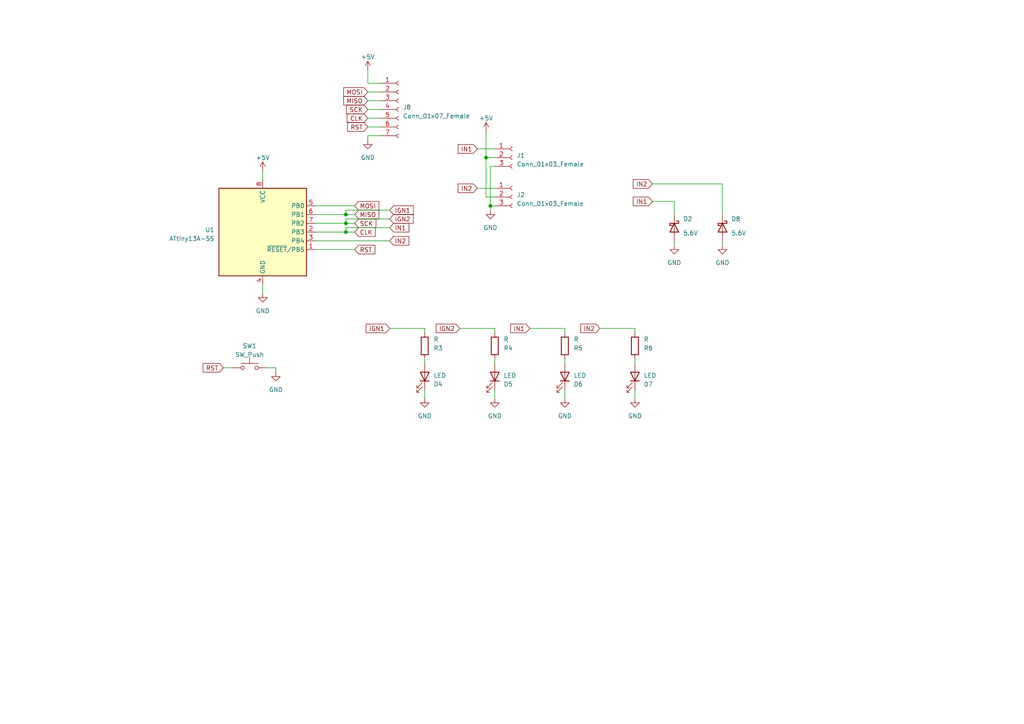
<source format=kicad_sch>
(kicad_sch (version 20220103) (generator eeschema)
  (paper "A4")
  (lib_symbols
    (symbol "Connector:Conn_01x03_Female" (pin_names (offset 1.016) hide)
      (property "Reference" "J" (at 0 5.08 0))
      (property "Value" "Conn_01x03_Female" (at 0 -5.08 0))
      (symbol "Conn_01x03_Female_1_1"
        (arc (start 0 -2.032) (mid -0.508 -2.54) (end 0 -3.048) (stroke (width 0.1524)))
        (polyline (pts (xy -1.27 -2.54) (xy -0.508 -2.54)) (stroke (width 0.1524)))
        (polyline (pts (xy -1.27 0) (xy -0.508 0)) (stroke (width 0.1524)))
        (polyline (pts (xy -1.27 2.54) (xy -0.508 2.54)) (stroke (width 0.1524)))
        (arc (start 0 0.508) (mid -0.508 0) (end 0 -0.508) (stroke (width 0.1524)))
        (arc (start 0 3.048) (mid -0.508 2.54) (end 0 2.032) (stroke (width 0.1524)))
        (pin passive line (at -5.08 2.54 0) (length 3.81) (name "Pin_1") (number "1"))
        (pin passive line (at -5.08 0 0) (length 3.81) (name "Pin_2") (number "2"))
        (pin passive line (at -5.08 -2.54 0) (length 3.81) (name "Pin_3") (number "3"))
      )
    )
    (symbol "Connector:Conn_01x07_Female" (pin_names (offset 1.016) hide)
      (property "Reference" "J" (at 0 10.16 0))
      (property "Value" "Conn_01x07_Female" (at 0 -10.16 0))
      (symbol "Conn_01x07_Female_1_1"
        (arc (start 0 -7.112) (mid -0.508 -7.62) (end 0 -8.128) (stroke (width 0.1524)))
        (arc (start 0 -4.572) (mid -0.508 -5.08) (end 0 -5.588) (stroke (width 0.1524)))
        (arc (start 0 -2.032) (mid -0.508 -2.54) (end 0 -3.048) (stroke (width 0.1524)))
        (polyline (pts (xy -1.27 -7.62) (xy -0.508 -7.62)) (stroke (width 0.1524)))
        (polyline (pts (xy -1.27 -5.08) (xy -0.508 -5.08)) (stroke (width 0.1524)))
        (polyline (pts (xy -1.27 -2.54) (xy -0.508 -2.54)) (stroke (width 0.1524)))
        (polyline (pts (xy -1.27 0) (xy -0.508 0)) (stroke (width 0.1524)))
        (polyline (pts (xy -1.27 2.54) (xy -0.508 2.54)) (stroke (width 0.1524)))
        (polyline (pts (xy -1.27 5.08) (xy -0.508 5.08)) (stroke (width 0.1524)))
        (polyline (pts (xy -1.27 7.62) (xy -0.508 7.62)) (stroke (width 0.1524)))
        (arc (start 0 0.508) (mid -0.508 0) (end 0 -0.508) (stroke (width 0.1524)))
        (arc (start 0 3.048) (mid -0.508 2.54) (end 0 2.032) (stroke (width 0.1524)))
        (arc (start 0 5.588) (mid -0.508 5.08) (end 0 4.572) (stroke (width 0.1524)))
        (arc (start 0 8.128) (mid -0.508 7.62) (end 0 7.112) (stroke (width 0.1524)))
        (pin passive line (at -5.08 7.62 0) (length 3.81) (name "Pin_1") (number "1"))
        (pin passive line (at -5.08 5.08 0) (length 3.81) (name "Pin_2") (number "2"))
        (pin passive line (at -5.08 2.54 0) (length 3.81) (name "Pin_3") (number "3"))
        (pin passive line (at -5.08 0 0) (length 3.81) (name "Pin_4") (number "4"))
        (pin passive line (at -5.08 -2.54 0) (length 3.81) (name "Pin_5") (number "5"))
        (pin passive line (at -5.08 -5.08 0) (length 3.81) (name "Pin_6") (number "6"))
        (pin passive line (at -5.08 -7.62 0) (length 3.81) (name "Pin_7") (number "7"))
      )
    )
    (symbol "Device:D_Schottky" (pin_numbers hide) (pin_names (offset 1.016) hide)
      (property "Reference" "D" (at 0 2.54 0))
      (property "Value" "D_Schottky" (at 0 -2.54 0))
      (symbol "D_Schottky_0_1"
        (polyline (pts (xy 1.27 0) (xy -1.27 0)))
        (polyline (pts (xy 1.27 1.27) (xy 1.27 -1.27) (xy -1.27 0) (xy 1.27 1.27)) (stroke (width 0.254)))
        (polyline (pts (xy -1.905 0.635) (xy -1.905 1.27) (xy -1.27 1.27) (xy -1.27 -1.27) (xy -0.635 -1.27) (xy -0.635 -0.635)) (stroke (width 0.254)))
      )
      (symbol "D_Schottky_1_1"
        (pin passive line (at -3.81 0 0) (length 2.54) (name "K") (number "1"))
        (pin passive line (at 3.81 0 180) (length 2.54) (name "A") (number "2"))
      )
    )
    (symbol "Device:LED" (pin_numbers hide) (pin_names (offset 1.016) hide)
      (property "Reference" "D" (at 0 2.54 0))
      (property "Value" "LED" (at 0 -2.54 0))
      (symbol "LED_0_1"
        (polyline (pts (xy -1.27 -1.27) (xy -1.27 1.27)) (stroke (width 0.254)))
        (polyline (pts (xy -1.27 0) (xy 1.27 0)))
        (polyline (pts (xy 1.27 -1.27) (xy 1.27 1.27) (xy -1.27 0) (xy 1.27 -1.27)) (stroke (width 0.254)))
        (polyline (pts (xy -3.048 -0.762) (xy -4.572 -2.286) (xy -3.81 -2.286) (xy -4.572 -2.286) (xy -4.572 -1.524)))
        (polyline (pts (xy -1.778 -0.762) (xy -3.302 -2.286) (xy -2.54 -2.286) (xy -3.302 -2.286) (xy -3.302 -1.524)))
      )
      (symbol "LED_1_1"
        (pin passive line (at -3.81 0 0) (length 2.54) (name "K") (number "1"))
        (pin passive line (at 3.81 0 180) (length 2.54) (name "A") (number "2"))
      )
    )
    (symbol "Device:R" (pin_numbers hide) (pin_names (offset 0))
      (property "Reference" "R" (at 2.032 0 90))
      (property "Value" "R" (at 0 0 90))
      (symbol "R_0_1"
        (rectangle (start -1.016 -2.54) (end 1.016 2.54) (stroke (width 0.254)))
      )
      (symbol "R_1_1"
        (pin passive line (at 0 3.81 270) (length 1.27) (name "~") (number "1"))
        (pin passive line (at 0 -3.81 90) (length 1.27) (name "~") (number "2"))
      )
    )
    (symbol "MCU_Microchip_ATtiny:ATtiny13A-SS"
      (property "Reference" "U" (at -12.7 13.97 0))
      (property "Value" "ATtiny13A-SS" (at 2.54 -13.97 0))
      (symbol "ATtiny13A-SS_0_1"
        (rectangle (start -12.7 -12.7) (end 12.7 12.7) (stroke (width 0.254)) (fill (type background)))
      )
      (symbol "ATtiny13A-SS_1_1"
        (pin bidirectional line (at 15.24 -5.08 180) (length 2.54) (name "~{RESET}/PB5") (number "1"))
        (pin bidirectional line (at 15.24 0 180) (length 2.54) (name "PB3") (number "2"))
        (pin bidirectional line (at 15.24 -2.54 180) (length 2.54) (name "PB4") (number "3"))
        (pin power_in line (at 0 -15.24 90) (length 2.54) (name "GND") (number "4"))
        (pin bidirectional line (at 15.24 7.62 180) (length 2.54) (name "PB0") (number "5"))
        (pin bidirectional line (at 15.24 5.08 180) (length 2.54) (name "PB1") (number "6"))
        (pin bidirectional line (at 15.24 2.54 180) (length 2.54) (name "PB2") (number "7"))
        (pin power_in line (at 0 15.24 270) (length 2.54) (name "VCC") (number "8"))
      )
    )
    (symbol "Switch:SW_Push" (pin_numbers hide) (pin_names (offset 1.016) hide)
      (property "Reference" "SW" (at 1.27 2.54 0))
      (property "Value" "SW_Push" (at 0 -1.524 0))
      (symbol "SW_Push_0_1"
        (circle (center -2.032 0) (radius 0.508))
        (polyline (pts (xy 0 1.27) (xy 0 3.048)))
        (polyline (pts (xy 2.54 1.27) (xy -2.54 1.27)))
        (circle (center 2.032 0) (radius 0.508))
        (pin passive line (at -5.08 0 0) (length 2.54) (name "1") (number "1"))
        (pin passive line (at 5.08 0 180) (length 2.54) (name "2") (number "2"))
      )
    )
    (symbol "power:+5V" (power) (pin_names (offset 0))
      (property "Value" "+5V" (at 0 3.556 0))
      (symbol "+5V_0_1"
        (polyline (pts (xy -0.762 1.27) (xy 0 2.54)))
        (polyline (pts (xy 0 0) (xy 0 2.54)))
        (polyline (pts (xy 0 2.54) (xy 0.762 1.27)))
      )
      (symbol "+5V_1_1"
        (pin power_in line (at 0 0 90) (length 0) hide (name "+5V") (number "1"))
      )
    )
    (symbol "power:GND" (power) (pin_names (offset 0))
      (property "Value" "GND" (at 0 -3.81 0))
      (symbol "GND_0_1"
        (polyline (pts (xy 0 0) (xy 0 -1.27) (xy 1.27 -1.27) (xy 0 -2.54) (xy -1.27 -1.27) (xy 0 -1.27)))
      )
      (symbol "GND_1_1"
        (pin power_in line (at 0 0 270) (length 0) hide (name "GND") (number "1"))
      )
    )
  )
  (junction (at 100.33 64.77))
  (junction (at 142.24 59.69))
  (junction (at 100.33 62.23))
  (junction (at 100.33 67.31))
  (junction (at 140.97 45.72))
  (wire (pts (xy 76.2 82.55) (xy 76.2 85.09)))
  (wire (pts (xy 100.33 63.5) (xy 100.33 64.77)))
  (wire (pts (xy 140.97 45.72) (xy 143.51 45.72)))
  (wire (pts (xy 142.24 60.96) (xy 142.24 59.69)))
  (wire (pts (xy 142.24 48.26) (xy 143.51 48.26)))
  (wire (pts (xy 138.43 54.61) (xy 143.51 54.61)))
  (wire (pts (xy 143.51 95.25) (xy 133.35 95.25)))
  (wire (pts (xy 195.58 69.85) (xy 195.58 71.12)))
  (wire (pts (xy 163.83 95.25) (xy 153.67 95.25)))
  (wire (pts (xy 123.19 95.25) (xy 113.03 95.25)))
  (wire (pts (xy 163.83 113.03) (xy 163.83 115.57)))
  (wire (pts (xy 100.33 64.77) (xy 102.87 64.77)))
  (wire (pts (xy 184.15 113.03) (xy 184.15 115.57)))
  (wire (pts (xy 64.77 106.68) (xy 67.31 106.68)))
  (wire (pts (xy 77.47 106.68) (xy 80.01 106.68)))
  (wire (pts (xy 209.55 53.34) (xy 209.55 62.23)))
  (wire (pts (xy 106.68 24.13) (xy 106.68 20.32)))
  (wire (pts (xy 106.68 31.75) (xy 110.49 31.75)))
  (wire (pts (xy 209.55 69.85) (xy 209.55 71.12)))
  (wire (pts (xy 110.49 24.13) (xy 106.68 24.13)))
  (wire (pts (xy 113.03 66.04) (xy 100.33 66.04)))
  (wire (pts (xy 143.51 104.14) (xy 143.51 105.41)))
  (wire (pts (xy 163.83 96.52) (xy 163.83 95.25)))
  (wire (pts (xy 106.68 36.83) (xy 110.49 36.83)))
  (wire (pts (xy 106.68 40.64) (xy 106.68 39.37)))
  (wire (pts (xy 91.44 69.85) (xy 113.03 69.85)))
  (wire (pts (xy 138.43 43.18) (xy 143.51 43.18)))
  (wire (pts (xy 113.03 60.96) (xy 100.33 60.96)))
  (wire (pts (xy 91.44 62.23) (xy 100.33 62.23)))
  (wire (pts (xy 106.68 39.37) (xy 110.49 39.37)))
  (wire (pts (xy 106.68 29.21) (xy 110.49 29.21)))
  (wire (pts (xy 123.19 113.03) (xy 123.19 115.57)))
  (wire (pts (xy 100.33 66.04) (xy 100.33 67.31)))
  (wire (pts (xy 140.97 57.15) (xy 140.97 45.72)))
  (wire (pts (xy 106.68 26.67) (xy 110.49 26.67)))
  (wire (pts (xy 140.97 38.1) (xy 140.97 45.72)))
  (wire (pts (xy 106.68 34.29) (xy 110.49 34.29)))
  (wire (pts (xy 91.44 72.39) (xy 102.87 72.39)))
  (wire (pts (xy 91.44 64.77) (xy 100.33 64.77)))
  (wire (pts (xy 123.19 104.14) (xy 123.19 105.41)))
  (wire (pts (xy 100.33 67.31) (xy 102.87 67.31)))
  (wire (pts (xy 76.2 49.53) (xy 76.2 52.07)))
  (wire (pts (xy 91.44 67.31) (xy 100.33 67.31)))
  (wire (pts (xy 143.51 57.15) (xy 140.97 57.15)))
  (wire (pts (xy 91.44 59.69) (xy 102.87 59.69)))
  (wire (pts (xy 184.15 96.52) (xy 184.15 95.25)))
  (wire (pts (xy 184.15 95.25) (xy 173.99 95.25)))
  (wire (pts (xy 100.33 60.96) (xy 100.33 62.23)))
  (wire (pts (xy 163.83 104.14) (xy 163.83 105.41)))
  (wire (pts (xy 189.23 53.34) (xy 209.55 53.34)))
  (wire (pts (xy 123.19 96.52) (xy 123.19 95.25)))
  (wire (pts (xy 142.24 59.69) (xy 142.24 48.26)))
  (wire (pts (xy 80.01 106.68) (xy 80.01 107.95)))
  (wire (pts (xy 184.15 104.14) (xy 184.15 105.41)))
  (wire (pts (xy 143.51 96.52) (xy 143.51 95.25)))
  (wire (pts (xy 142.24 59.69) (xy 143.51 59.69)))
  (wire (pts (xy 143.51 113.03) (xy 143.51 115.57)))
  (wire (pts (xy 189.23 58.42) (xy 195.58 58.42)))
  (wire (pts (xy 100.33 62.23) (xy 102.87 62.23)))
  (wire (pts (xy 113.03 63.5) (xy 100.33 63.5)))
  (wire (pts (xy 195.58 58.42) (xy 195.58 62.23)))
  (global_label "RST" (shape input) (at 64.77 106.68 180) (property "Références de Feuilles" "${INTERSHEET_REFS}" (at 58.5935 106.68 0) (effects (justify right))))
  (global_label "IN1" (shape input) (at 189.23 58.42 180) (property "Références de Feuilles" "${INTERSHEET_REFS}" (at 183.5978 58.42 0) (effects (justify right))))
  (global_label "MOSI" (shape input) (at 102.87 59.69 0) (property "Références de Feuilles" "${INTERSHEET_REFS}" (at 109.9022 59.69 0) (effects (justify left))))
  (global_label "SCK" (shape input) (at 106.68 31.75 180) (property "Références de Feuilles" "${INTERSHEET_REFS}" (at 100.3221 31.75 0) (effects (justify right))))
  (global_label "CLK" (shape input) (at 106.68 34.29 180) (property "Références de Feuilles" "${INTERSHEET_REFS}" (at 100.3826 34.29 0) (effects (justify right))))
  (global_label "IN1" (shape input) (at 138.43 43.18 180) (property "Références de Feuilles" "${INTERSHEET_REFS}" (at 132.7978 43.18 0) (effects (justify right))))
  (global_label "IN1" (shape input) (at 153.67 95.25 180) (property "Références de Feuilles" "${INTERSHEET_REFS}" (at 148.0378 95.25 0) (effects (justify right))))
  (global_label "SCK" (shape input) (at 102.87 64.77 0) (property "Références de Feuilles" "${INTERSHEET_REFS}" (at 109.2279 64.77 0) (effects (justify left))))
  (global_label "IN2" (shape input) (at 138.43 54.61 180) (property "Références de Feuilles" "${INTERSHEET_REFS}" (at 132.7978 54.61 0) (effects (justify right))))
  (global_label "IGN2" (shape input) (at 113.03 63.5 0) (property "Références de Feuilles" "${INTERSHEET_REFS}" (at 119.8807 63.5 0) (effects (justify left))))
  (global_label "MISO" (shape input) (at 106.68 29.21 180) (property "Références de Feuilles" "${INTERSHEET_REFS}" (at 99.6478 29.21 0) (effects (justify right))))
  (global_label "IGN1" (shape input) (at 113.03 95.25 180) (property "Références de Feuilles" "${INTERSHEET_REFS}" (at 106.1793 95.25 0) (effects (justify right))))
  (global_label "IGN2" (shape input) (at 133.35 95.25 180) (property "Références de Feuilles" "${INTERSHEET_REFS}" (at 126.4993 95.25 0) (effects (justify right))))
  (global_label "CLK" (shape input) (at 102.87 67.31 0) (property "Références de Feuilles" "${INTERSHEET_REFS}" (at 109.1674 67.31 0) (effects (justify left))))
  (global_label "IN2" (shape input) (at 173.99 95.25 180) (property "Références de Feuilles" "${INTERSHEET_REFS}" (at 168.3578 95.25 0) (effects (justify right))))
  (global_label "IN2" (shape input) (at 189.23 53.34 180) (property "Références de Feuilles" "${INTERSHEET_REFS}" (at 183.5978 53.34 0) (effects (justify right))))
  (global_label "MISO" (shape input) (at 102.87 62.23 0) (property "Références de Feuilles" "${INTERSHEET_REFS}" (at 109.9022 62.23 0) (effects (justify left))))
  (global_label "IGN1" (shape input) (at 113.03 60.96 0) (property "Références de Feuilles" "${INTERSHEET_REFS}" (at 119.8807 60.96 0) (effects (justify left))))
  (global_label "IN2" (shape input) (at 113.03 69.85 0) (property "Références de Feuilles" "${INTERSHEET_REFS}" (at 118.6622 69.85 0) (effects (justify left))))
  (global_label "MOSI" (shape input) (at 106.68 26.67 180) (property "Références de Feuilles" "${INTERSHEET_REFS}" (at 99.6478 26.67 0) (effects (justify right))))
  (global_label "RST" (shape input) (at 106.68 36.83 180) (property "Références de Feuilles" "${INTERSHEET_REFS}" (at 100.5035 36.83 0) (effects (justify right))))
  (global_label "IN1" (shape input) (at 113.03 66.04 0) (property "Références de Feuilles" "${INTERSHEET_REFS}" (at 118.6622 66.04 0) (effects (justify left))))
  (global_label "RST" (shape input) (at 102.87 72.39 0) (property "Références de Feuilles" "${INTERSHEET_REFS}" (at 109.0465 72.39 0) (effects (justify left))))
  (symbol (lib_id "power:GND") (at 123.19 115.57 0) (unit 1)
    (property "Reference" "#PWR0119" (effects hide))
    (property "Value" "GND" (at 123.19 120.65 0))
  )
  (symbol (lib_id "power:GND") (at 106.68 40.64 0) (mirror y) (unit 1)
    (property "Reference" "#PWR0128" (effects hide))
    (property "Value" "GND" (at 106.68 45.72 0))
  )
  (symbol (lib_id "power:GND") (at 80.01 107.95 0) (unit 1)
    (property "Reference" "#PWR0104" (effects hide))
    (property "Value" "GND" (at 80.01 113.03 0))
  )
  (symbol (lib_id "Device:LED") (at 123.19 109.22 270) (mirror x) (unit 1)
    (property "Reference" "D4" (at 125.73 111.4425 90) (effects (justify left)))
    (property "Value" "LED" (at 125.73 108.9025 90) (effects (justify left)))
    (property "Footprint" "Diode_SMD:D_0805_2012Metric" (effects hide))
  )
  (symbol (lib_id "power:+5V") (at 140.97 38.1 0) (unit 1)
    (property "Reference" "#PWR0115" (effects hide))
    (property "Value" "+5V" (at 140.97 34.29 0))
  )
  (symbol (lib_id "Device:R") (at 184.15 100.33 0) (mirror x) (unit 1)
    (property "Reference" "R6" (at 186.69 100.965 0) (effects (justify left)))
    (property "Value" "R" (at 186.69 98.425 0) (effects (justify left)))
    (property "Footprint" "Resistor_SMD:R_0805_2012Metric" (effects hide))
  )
  (symbol (lib_id "Device:R") (at 123.19 100.33 0) (mirror x) (unit 1)
    (property "Reference" "R3" (at 125.73 100.965 0) (effects (justify left)))
    (property "Value" "R" (at 125.73 98.425 0) (effects (justify left)))
    (property "Footprint" "Resistor_SMD:R_0805_2012Metric" (effects hide))
  )
  (symbol (lib_id "Connector:Conn_01x07_Female") (at 115.57 31.75 0) (unit 1)
    (property "Reference" "J8" (at 116.84 31.115 0) (effects (justify left)))
    (property "Value" "Conn_01x07_Female" (at 116.84 33.655 0) (effects (justify left)))
    (property "Footprint" "Connector_PinSocket_2.54mm:PinSocket_1x07_P2.54mm_Vertical" (effects hide))
  )
  (symbol (lib_id "Device:D_Schottky") (at 195.58 66.04 270) (unit 1)
    (property "Reference" "D2" (at 198.12 63.5 90) (effects (justify left)))
    (property "Value" "5.6V" (at 198.12 67.6275 90) (effects (justify left)))
    (property "Footprint" "Diode_SMD:D_SOD-123" (effects hide))
  )
  (symbol (lib_id "power:+5V") (at 106.68 20.32 0) (mirror y) (unit 1)
    (property "Reference" "#PWR0127" (effects hide))
    (property "Value" "+5V" (at 106.68 16.51 0))
  )
  (symbol (lib_id "Device:LED") (at 184.15 109.22 270) (mirror x) (unit 1)
    (property "Reference" "D7" (at 186.69 111.4425 90) (effects (justify left)))
    (property "Value" "LED" (at 186.69 108.9025 90) (effects (justify left)))
    (property "Footprint" "Diode_SMD:D_0805_2012Metric" (effects hide))
  )
  (symbol (lib_id "power:GND") (at 195.58 71.12 0) (unit 1)
    (property "Reference" "#PWR0112" (effects hide))
    (property "Value" "GND" (at 195.58 76.2 0))
  )
  (symbol (lib_id "Connector:Conn_01x03_Female") (at 148.59 45.72 0) (unit 1)
    (property "Reference" "J1" (at 149.86 45.085 0) (effects (justify left)))
    (property "Value" "Conn_01x03_Female" (at 149.86 47.625 0) (effects (justify left)))
    (property "Footprint" "Connector_PinSocket_2.54mm:PinSocket_1x03_P2.54mm_Vertical" (effects hide))
  )
  (symbol (lib_id "power:GND") (at 163.83 115.57 0) (unit 1)
    (property "Reference" "#PWR0122" (effects hide))
    (property "Value" "GND" (at 163.83 120.65 0))
  )
  (symbol (lib_id "power:GND") (at 142.24 60.96 0) (unit 1)
    (property "Reference" "#PWR0116" (effects hide))
    (property "Value" "GND" (at 142.24 66.04 0))
  )
  (symbol (lib_id "Device:LED") (at 163.83 109.22 270) (mirror x) (unit 1)
    (property "Reference" "D6" (at 166.37 111.4425 90) (effects (justify left)))
    (property "Value" "LED" (at 166.37 108.9025 90) (effects (justify left)))
    (property "Footprint" "Diode_SMD:D_0805_2012Metric" (effects hide))
  )
  (symbol (lib_id "power:GND") (at 143.51 115.57 0) (unit 1)
    (property "Reference" "#PWR0121" (effects hide))
    (property "Value" "GND" (at 143.51 120.65 0))
  )
  (symbol (lib_id "Device:R") (at 163.83 100.33 0) (mirror x) (unit 1)
    (property "Reference" "R5" (at 166.37 100.965 0) (effects (justify left)))
    (property "Value" "R" (at 166.37 98.425 0) (effects (justify left)))
    (property "Footprint" "Resistor_SMD:R_0805_2012Metric" (effects hide))
  )
  (symbol (lib_id "Connector:Conn_01x03_Female") (at 148.59 57.15 0) (unit 1)
    (property "Reference" "J2" (at 149.86 56.515 0) (effects (justify left)))
    (property "Value" "Conn_01x03_Female" (at 149.86 59.055 0) (effects (justify left)))
    (property "Footprint" "Connector_PinSocket_2.54mm:PinSocket_1x03_P2.54mm_Vertical" (effects hide))
  )
  (symbol (lib_id "power:+5V") (at 76.2 49.53 0) (unit 1)
    (property "Reference" "#PWR0113" (effects hide))
    (property "Value" "+5V" (at 76.2 45.72 0))
  )
  (symbol (lib_id "power:GND") (at 76.2 85.09 0) (unit 1)
    (property "Reference" "#PWR0114" (effects hide))
    (property "Value" "GND" (at 76.2 90.17 0))
  )
  (symbol (lib_id "Device:R") (at 143.51 100.33 0) (mirror x) (unit 1)
    (property "Reference" "R4" (at 146.05 100.965 0) (effects (justify left)))
    (property "Value" "R" (at 146.05 98.425 0) (effects (justify left)))
    (property "Footprint" "Resistor_SMD:R_0805_2012Metric" (effects hide))
  )
  (symbol (lib_id "Device:LED") (at 143.51 109.22 270) (mirror x) (unit 1)
    (property "Reference" "D5" (at 146.05 111.4425 90) (effects (justify left)))
    (property "Value" "LED" (at 146.05 108.9025 90) (effects (justify left)))
    (property "Footprint" "Diode_SMD:D_0805_2012Metric" (effects hide))
  )
  (symbol (lib_id "Device:D_Schottky") (at 209.55 66.04 270) (unit 1)
    (property "Reference" "D8" (at 212.09 63.5 90) (effects (justify left)))
    (property "Value" "5.6V" (at 212.09 67.6275 90) (effects (justify left)))
    (property "Footprint" "Diode_SMD:D_SOD-123" (effects hide))
  )
  (symbol (lib_id "MCU_Microchip_ATtiny:ATtiny13A-SS") (at 76.2 67.31 0) (unit 1)
    (property "Reference" "U1" (at 62.23 66.675 0) (effects (justify right)))
    (property "Value" "ATtiny13A-SS" (at 62.23 69.215 0) (effects (justify right)))
    (property "Footprint" "Package_SO:SOIC-8_3.9x4.9mm_P1.27mm" (effects hide))
    (property "Datasheet" "http://ww1.microchip.com/downloads/en/DeviceDoc/doc8126.pdf" (effects hide))
  )
  (symbol (lib_id "power:GND") (at 209.55 71.12 0) (unit 1)
    (property "Reference" "#PWR0126" (effects hide))
    (property "Value" "GND" (at 209.55 76.2 0))
  )
  (symbol (lib_id "power:GND") (at 184.15 115.57 0) (unit 1)
    (property "Reference" "#PWR0120" (effects hide))
    (property "Value" "GND" (at 184.15 120.65 0))
  )
  (symbol (lib_id "Switch:SW_Push") (at 72.39 106.68 0) (unit 1)
    (property "Reference" "SW1" (at 72.39 100.33 0))
    (property "Value" "SW_Push" (at 72.39 102.87 0))
    (property "Footprint" "Button_Switch_THT:SW_PUSH_6mm" (effects hide))
  )
)
</source>
